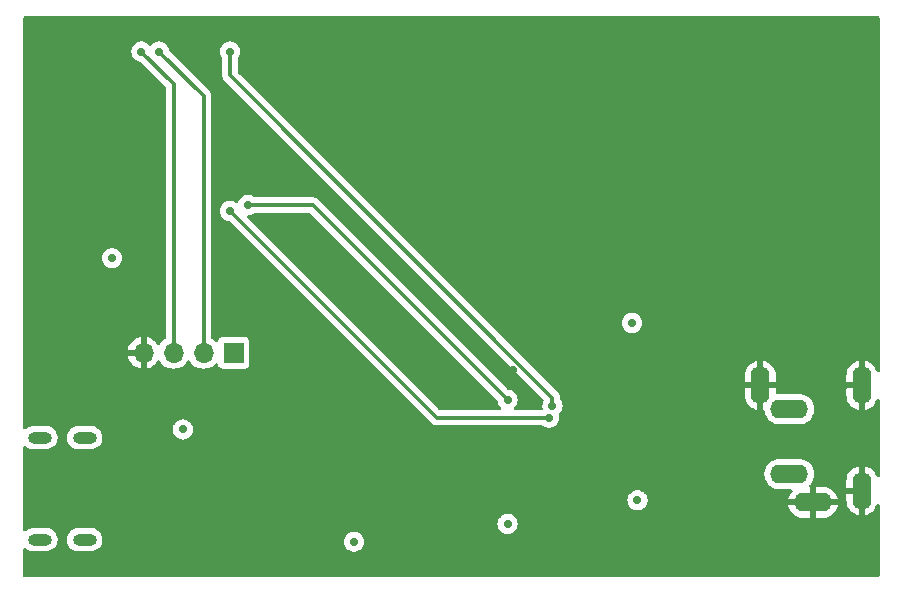
<source format=gbr>
%TF.GenerationSoftware,KiCad,Pcbnew,(6.0.8-1)-1*%
%TF.CreationDate,2022-11-20T20:32:36+00:00*%
%TF.ProjectId,esp32-network-dac,65737033-322d-46e6-9574-776f726b2d64,0.1*%
%TF.SameCoordinates,Original*%
%TF.FileFunction,Copper,L4,Bot*%
%TF.FilePolarity,Positive*%
%FSLAX46Y46*%
G04 Gerber Fmt 4.6, Leading zero omitted, Abs format (unit mm)*
G04 Created by KiCad (PCBNEW (6.0.8-1)-1) date 2022-11-20 20:32:36*
%MOMM*%
%LPD*%
G01*
G04 APERTURE LIST*
%TA.AperFunction,ComponentPad*%
%ADD10O,3.200000X1.600000*%
%TD*%
%TA.AperFunction,ComponentPad*%
%ADD11O,1.600000X3.200000*%
%TD*%
%TA.AperFunction,ComponentPad*%
%ADD12R,1.700000X1.700000*%
%TD*%
%TA.AperFunction,ComponentPad*%
%ADD13O,1.700000X1.700000*%
%TD*%
%TA.AperFunction,ComponentPad*%
%ADD14O,2.000000X1.000000*%
%TD*%
%TA.AperFunction,ViaPad*%
%ADD15C,0.700000*%
%TD*%
%TA.AperFunction,Conductor*%
%ADD16C,0.300000*%
%TD*%
G04 APERTURE END LIST*
D10*
%TO.P,J2,1*%
%TO.N,GND*%
X162357500Y-114675000D03*
%TO.P,J2,2*%
%TO.N,/JACKL*%
X160357500Y-112275000D03*
%TO.P,J2,3*%
%TO.N,/JACKR*%
X160357500Y-106775000D03*
D11*
%TO.P,J2,S1,SHIELD*%
%TO.N,GND*%
X166507500Y-113675000D03*
%TO.P,J2,S2,SHIELD*%
X166507500Y-104775000D03*
%TO.P,J2,S3,SHIELD*%
X157907500Y-104775000D03*
%TD*%
D12*
%TO.P,J3,1,Pin_1*%
%TO.N,VBUS*%
X113300000Y-102000000D03*
D13*
%TO.P,J3,2,Pin_2*%
%TO.N,ESP32_Rx*%
X110760000Y-102000000D03*
%TO.P,J3,3,Pin_3*%
%TO.N,ESP32_Tx*%
X108220000Y-102000000D03*
%TO.P,J3,4,Pin_4*%
%TO.N,GND*%
X105680000Y-102000000D03*
%TD*%
D14*
%TO.P,J1,S1,SHIELD*%
%TO.N,unconnected-(J1-PadS1)*%
X100700000Y-109180000D03*
%TO.P,J1,S2,SHIELD*%
X100700000Y-117820000D03*
%TO.P,J1,S3,SHIELD*%
X96900000Y-109180000D03*
%TO.P,J1,S4,SHIELD*%
X96900000Y-117820000D03*
%TD*%
D15*
%TO.N,GND*%
X102500000Y-99000000D03*
X121500000Y-118000000D03*
X119000000Y-109500000D03*
X119000000Y-107500000D03*
X121000000Y-112000000D03*
X138500000Y-97500000D03*
X137000000Y-103500000D03*
X153000000Y-87000000D03*
X142500000Y-111000000D03*
X147500000Y-117500000D03*
X139000000Y-87000000D03*
X106000000Y-83500000D03*
X123000000Y-95000000D03*
X107000000Y-117500000D03*
X121000000Y-82000000D03*
X131500000Y-99000000D03*
X142000000Y-107500000D03*
X130000000Y-112000000D03*
X139000000Y-76500000D03*
X150500000Y-99000000D03*
X104000000Y-108500000D03*
X154000000Y-99000000D03*
X154500000Y-117500000D03*
X109000000Y-113000000D03*
%TO.N,+3V3*%
X103007202Y-93992798D03*
X123500000Y-118000000D03*
X136500000Y-116500000D03*
X109000000Y-108500000D03*
%TO.N,+3.3VA*%
X147020000Y-99480000D03*
X147500000Y-114500000D03*
%TO.N,ESP32_Tx*%
X105500000Y-76500000D03*
%TO.N,ESP32_Rx*%
X107000000Y-76500000D03*
%TO.N,PCM_BCK*%
X113000000Y-76500000D03*
X140300500Y-106500000D03*
%TO.N,PCM_DIN*%
X136500000Y-106000000D03*
X114500000Y-89500000D03*
%TO.N,PCM_LRCK*%
X140000000Y-107500000D03*
X113000000Y-90000000D03*
%TD*%
D16*
%TO.N,ESP32_Tx*%
X108220000Y-79220000D02*
X108220000Y-102000000D01*
X105500000Y-76500000D02*
X108220000Y-79220000D01*
%TO.N,ESP32_Rx*%
X107000000Y-76500000D02*
X110760000Y-80260000D01*
X110760000Y-80260000D02*
X110760000Y-102000000D01*
%TO.N,PCM_BCK*%
X113000000Y-78510050D02*
X113000000Y-76500000D01*
X140300500Y-105810550D02*
X113000000Y-78510050D01*
X140300500Y-106500000D02*
X140300500Y-105810550D01*
%TO.N,PCM_DIN*%
X114500000Y-89500000D02*
X120000000Y-89500000D01*
X120000000Y-89500000D02*
X136500000Y-106000000D01*
%TO.N,PCM_LRCK*%
X113000000Y-90000000D02*
X130500000Y-107500000D01*
X130500000Y-107500000D02*
X140000000Y-107500000D01*
%TD*%
%TA.AperFunction,Conductor*%
%TO.N,GND*%
G36*
X167941621Y-73520002D02*
G01*
X167988114Y-73573658D01*
X167999500Y-73626000D01*
X167999500Y-103532430D01*
X167979498Y-103600551D01*
X167925842Y-103647044D01*
X167855568Y-103657148D01*
X167790988Y-103627654D01*
X167751793Y-103565041D01*
X167742736Y-103531239D01*
X167738990Y-103520947D01*
X167646914Y-103323489D01*
X167641431Y-103313993D01*
X167516472Y-103135533D01*
X167509416Y-103127125D01*
X167355375Y-102973084D01*
X167346967Y-102966028D01*
X167168507Y-102841069D01*
X167159011Y-102835586D01*
X166961553Y-102743510D01*
X166951261Y-102739764D01*
X166778997Y-102693606D01*
X166764901Y-102693942D01*
X166761500Y-102701884D01*
X166761500Y-106842967D01*
X166765473Y-106856498D01*
X166774022Y-106857727D01*
X166951261Y-106810236D01*
X166961553Y-106806490D01*
X167159011Y-106714414D01*
X167168507Y-106708931D01*
X167346967Y-106583972D01*
X167355375Y-106576916D01*
X167509416Y-106422875D01*
X167516472Y-106414467D01*
X167641431Y-106236007D01*
X167646914Y-106226511D01*
X167738990Y-106029053D01*
X167742736Y-106018761D01*
X167751793Y-105984959D01*
X167788745Y-105924336D01*
X167852605Y-105893315D01*
X167923100Y-105901743D01*
X167977847Y-105946946D01*
X167999500Y-106017570D01*
X167999500Y-112432430D01*
X167979498Y-112500551D01*
X167925842Y-112547044D01*
X167855568Y-112557148D01*
X167790988Y-112527654D01*
X167751793Y-112465041D01*
X167742736Y-112431239D01*
X167738990Y-112420947D01*
X167646914Y-112223489D01*
X167641431Y-112213993D01*
X167516472Y-112035533D01*
X167509416Y-112027125D01*
X167355375Y-111873084D01*
X167346967Y-111866028D01*
X167168507Y-111741069D01*
X167159011Y-111735586D01*
X166961553Y-111643510D01*
X166951261Y-111639764D01*
X166778997Y-111593606D01*
X166764901Y-111593942D01*
X166761500Y-111601884D01*
X166761500Y-115742967D01*
X166765473Y-115756498D01*
X166774022Y-115757727D01*
X166951261Y-115710236D01*
X166961553Y-115706490D01*
X167159011Y-115614414D01*
X167168507Y-115608931D01*
X167346967Y-115483972D01*
X167355375Y-115476916D01*
X167509416Y-115322875D01*
X167516472Y-115314467D01*
X167641431Y-115136007D01*
X167646914Y-115126511D01*
X167738990Y-114929053D01*
X167742736Y-114918761D01*
X167751793Y-114884959D01*
X167788745Y-114824336D01*
X167852605Y-114793315D01*
X167923100Y-114801743D01*
X167977847Y-114846946D01*
X167999500Y-114917570D01*
X167999500Y-120874000D01*
X167979498Y-120942121D01*
X167925842Y-120988614D01*
X167873500Y-121000000D01*
X95626000Y-121000000D01*
X95557879Y-120979998D01*
X95511386Y-120926342D01*
X95500000Y-120874000D01*
X95500000Y-118641064D01*
X95520002Y-118572943D01*
X95573658Y-118526450D01*
X95643932Y-118516346D01*
X95708512Y-118545840D01*
X95717537Y-118554480D01*
X95742881Y-118581280D01*
X95909379Y-118697863D01*
X96095919Y-118778586D01*
X96141947Y-118788202D01*
X96290144Y-118819162D01*
X96290149Y-118819163D01*
X96294880Y-118820151D01*
X96299762Y-118820407D01*
X96299871Y-118820413D01*
X96299887Y-118820413D01*
X96301539Y-118820500D01*
X97450800Y-118820500D01*
X97507891Y-118814701D01*
X97595868Y-118805765D01*
X97595870Y-118805765D01*
X97602216Y-118805120D01*
X97796172Y-118744338D01*
X97973944Y-118645797D01*
X98128271Y-118513523D01*
X98132887Y-118507573D01*
X98248939Y-118357958D01*
X98252848Y-118352919D01*
X98342587Y-118170545D01*
X98368752Y-118070097D01*
X98392212Y-117980034D01*
X98392212Y-117980031D01*
X98393822Y-117973852D01*
X98399311Y-117869126D01*
X99195541Y-117869126D01*
X99225935Y-118070097D01*
X99296119Y-118260852D01*
X99299479Y-118266272D01*
X99299480Y-118266273D01*
X99399863Y-118428176D01*
X99399866Y-118428180D01*
X99403226Y-118433599D01*
X99542881Y-118581280D01*
X99709379Y-118697863D01*
X99895919Y-118778586D01*
X99941947Y-118788202D01*
X100090144Y-118819162D01*
X100090149Y-118819163D01*
X100094880Y-118820151D01*
X100099762Y-118820407D01*
X100099871Y-118820413D01*
X100099887Y-118820413D01*
X100101539Y-118820500D01*
X101250800Y-118820500D01*
X101307891Y-118814701D01*
X101395868Y-118805765D01*
X101395870Y-118805765D01*
X101402216Y-118805120D01*
X101596172Y-118744338D01*
X101773944Y-118645797D01*
X101928271Y-118513523D01*
X101932887Y-118507573D01*
X102048939Y-118357958D01*
X102052848Y-118352919D01*
X102142587Y-118170545D01*
X102168752Y-118070097D01*
X102187011Y-118000000D01*
X122644815Y-118000000D01*
X122663503Y-118177803D01*
X122718750Y-118347835D01*
X122722053Y-118353557D01*
X122722054Y-118353558D01*
X122797878Y-118484888D01*
X122808141Y-118502665D01*
X122812559Y-118507572D01*
X122812560Y-118507573D01*
X122878927Y-118581280D01*
X122927770Y-118635526D01*
X122941907Y-118645797D01*
X123013569Y-118697863D01*
X123072407Y-118740612D01*
X123078435Y-118743296D01*
X123078437Y-118743297D01*
X123213007Y-118803211D01*
X123235733Y-118813329D01*
X123323171Y-118831915D01*
X123404152Y-118849128D01*
X123404156Y-118849128D01*
X123410609Y-118850500D01*
X123589391Y-118850500D01*
X123595844Y-118849128D01*
X123595848Y-118849128D01*
X123676829Y-118831915D01*
X123764267Y-118813329D01*
X123786993Y-118803211D01*
X123921563Y-118743297D01*
X123921565Y-118743296D01*
X123927593Y-118740612D01*
X123986432Y-118697863D01*
X124058093Y-118645797D01*
X124072230Y-118635526D01*
X124121074Y-118581280D01*
X124187440Y-118507573D01*
X124187441Y-118507572D01*
X124191859Y-118502665D01*
X124202122Y-118484888D01*
X124277946Y-118353558D01*
X124277947Y-118353557D01*
X124281250Y-118347835D01*
X124336497Y-118177803D01*
X124355185Y-118000000D01*
X124342094Y-117875444D01*
X124337187Y-117828761D01*
X124337187Y-117828760D01*
X124336497Y-117822197D01*
X124281250Y-117652165D01*
X124191859Y-117497335D01*
X124085443Y-117379148D01*
X124076645Y-117369377D01*
X124076643Y-117369376D01*
X124072230Y-117364474D01*
X123927593Y-117259388D01*
X123921565Y-117256704D01*
X123921563Y-117256703D01*
X123770298Y-117189356D01*
X123770297Y-117189356D01*
X123764267Y-117186671D01*
X123676829Y-117168085D01*
X123595848Y-117150872D01*
X123595844Y-117150872D01*
X123589391Y-117149500D01*
X123410609Y-117149500D01*
X123404156Y-117150872D01*
X123404152Y-117150872D01*
X123323171Y-117168085D01*
X123235733Y-117186671D01*
X123229703Y-117189356D01*
X123229702Y-117189356D01*
X123078438Y-117256703D01*
X123078436Y-117256704D01*
X123072408Y-117259388D01*
X123067067Y-117263268D01*
X123067066Y-117263269D01*
X123034292Y-117287081D01*
X122927770Y-117364474D01*
X122923357Y-117369376D01*
X122923355Y-117369377D01*
X122914557Y-117379148D01*
X122808141Y-117497335D01*
X122718750Y-117652165D01*
X122663503Y-117822197D01*
X122662813Y-117828760D01*
X122662813Y-117828761D01*
X122657906Y-117875444D01*
X122644815Y-118000000D01*
X102187011Y-118000000D01*
X102192212Y-117980034D01*
X102192212Y-117980031D01*
X102193822Y-117973852D01*
X102199645Y-117862744D01*
X102204125Y-117777256D01*
X102204125Y-117777252D01*
X102204459Y-117770874D01*
X102174065Y-117569903D01*
X102103881Y-117379148D01*
X102085268Y-117349128D01*
X102000137Y-117211824D01*
X102000134Y-117211820D01*
X101996774Y-117206401D01*
X101857119Y-117058720D01*
X101690621Y-116942137D01*
X101504081Y-116861414D01*
X101439082Y-116847835D01*
X101309856Y-116820838D01*
X101309851Y-116820837D01*
X101305120Y-116819849D01*
X101300238Y-116819593D01*
X101300129Y-116819587D01*
X101300113Y-116819587D01*
X101298461Y-116819500D01*
X100149200Y-116819500D01*
X100101207Y-116824375D01*
X100004132Y-116834235D01*
X100004130Y-116834235D01*
X99997784Y-116834880D01*
X99803828Y-116895662D01*
X99626056Y-116994203D01*
X99621208Y-116998359D01*
X99621207Y-116998359D01*
X99616183Y-117002665D01*
X99471729Y-117126477D01*
X99467822Y-117131514D01*
X99467820Y-117131516D01*
X99452806Y-117150872D01*
X99347152Y-117287081D01*
X99257413Y-117469455D01*
X99255804Y-117475633D01*
X99255803Y-117475635D01*
X99229603Y-117576220D01*
X99206178Y-117666148D01*
X99195541Y-117869126D01*
X98399311Y-117869126D01*
X98399645Y-117862744D01*
X98404125Y-117777256D01*
X98404125Y-117777252D01*
X98404459Y-117770874D01*
X98374065Y-117569903D01*
X98303881Y-117379148D01*
X98285268Y-117349128D01*
X98200137Y-117211824D01*
X98200134Y-117211820D01*
X98196774Y-117206401D01*
X98057119Y-117058720D01*
X97890621Y-116942137D01*
X97704081Y-116861414D01*
X97639082Y-116847835D01*
X97509856Y-116820838D01*
X97509851Y-116820837D01*
X97505120Y-116819849D01*
X97500238Y-116819593D01*
X97500129Y-116819587D01*
X97500113Y-116819587D01*
X97498461Y-116819500D01*
X96349200Y-116819500D01*
X96301207Y-116824375D01*
X96204132Y-116834235D01*
X96204130Y-116834235D01*
X96197784Y-116834880D01*
X96003828Y-116895662D01*
X95826056Y-116994203D01*
X95707995Y-117095393D01*
X95643259Y-117124536D01*
X95573040Y-117114054D01*
X95519636Y-117067272D01*
X95500000Y-116999724D01*
X95500000Y-116500000D01*
X135644815Y-116500000D01*
X135663503Y-116677803D01*
X135718750Y-116847835D01*
X135722053Y-116853557D01*
X135722054Y-116853558D01*
X135771732Y-116939602D01*
X135808141Y-117002665D01*
X135812559Y-117007572D01*
X135812560Y-117007573D01*
X135917875Y-117124536D01*
X135927770Y-117135526D01*
X136072407Y-117240612D01*
X136078435Y-117243296D01*
X136078437Y-117243297D01*
X136189628Y-117292802D01*
X136235733Y-117313329D01*
X136323171Y-117331914D01*
X136404152Y-117349128D01*
X136404156Y-117349128D01*
X136410609Y-117350500D01*
X136589391Y-117350500D01*
X136595844Y-117349128D01*
X136595848Y-117349128D01*
X136676829Y-117331914D01*
X136764267Y-117313329D01*
X136810372Y-117292802D01*
X136921563Y-117243297D01*
X136921565Y-117243296D01*
X136927593Y-117240612D01*
X137072230Y-117135526D01*
X137082126Y-117124536D01*
X137187440Y-117007573D01*
X137187441Y-117007572D01*
X137191859Y-117002665D01*
X137228268Y-116939602D01*
X137277946Y-116853558D01*
X137277947Y-116853557D01*
X137281250Y-116847835D01*
X137336497Y-116677803D01*
X137355185Y-116500000D01*
X137336497Y-116322197D01*
X137281250Y-116152165D01*
X137191859Y-115997335D01*
X137178952Y-115983000D01*
X137076645Y-115869377D01*
X137076643Y-115869376D01*
X137072230Y-115864474D01*
X137003329Y-115814414D01*
X136932935Y-115763269D01*
X136932933Y-115763268D01*
X136927593Y-115759388D01*
X136921565Y-115756704D01*
X136921563Y-115756703D01*
X136770298Y-115689356D01*
X136770297Y-115689356D01*
X136764267Y-115686671D01*
X136676829Y-115668086D01*
X136595848Y-115650872D01*
X136595844Y-115650872D01*
X136589391Y-115649500D01*
X136410609Y-115649500D01*
X136404156Y-115650872D01*
X136404152Y-115650872D01*
X136323171Y-115668086D01*
X136235733Y-115686671D01*
X136229703Y-115689356D01*
X136229702Y-115689356D01*
X136078438Y-115756703D01*
X136078436Y-115756704D01*
X136072408Y-115759388D01*
X135927770Y-115864474D01*
X135923357Y-115869376D01*
X135923355Y-115869377D01*
X135821048Y-115983000D01*
X135808141Y-115997335D01*
X135718750Y-116152165D01*
X135663503Y-116322197D01*
X135644815Y-116500000D01*
X95500000Y-116500000D01*
X95500000Y-114500000D01*
X146644815Y-114500000D01*
X146663503Y-114677803D01*
X146718750Y-114847835D01*
X146722053Y-114853557D01*
X146722054Y-114853558D01*
X146765641Y-114929053D01*
X146808141Y-115002665D01*
X146812559Y-115007572D01*
X146812560Y-115007573D01*
X146921942Y-115129053D01*
X146927770Y-115135526D01*
X147072407Y-115240612D01*
X147078435Y-115243296D01*
X147078437Y-115243297D01*
X147229702Y-115310644D01*
X147235733Y-115313329D01*
X147297750Y-115326511D01*
X147404152Y-115349128D01*
X147404156Y-115349128D01*
X147410609Y-115350500D01*
X147589391Y-115350500D01*
X147595844Y-115349128D01*
X147595848Y-115349128D01*
X147702250Y-115326511D01*
X147764267Y-115313329D01*
X147770298Y-115310644D01*
X147921563Y-115243297D01*
X147921565Y-115243296D01*
X147927593Y-115240612D01*
X148072230Y-115135526D01*
X148078059Y-115129053D01*
X148187440Y-115007573D01*
X148187441Y-115007572D01*
X148191859Y-115002665D01*
X148227160Y-114941522D01*
X160274773Y-114941522D01*
X160322264Y-115118761D01*
X160326010Y-115129053D01*
X160418086Y-115326511D01*
X160423569Y-115336007D01*
X160548528Y-115514467D01*
X160555584Y-115522875D01*
X160709625Y-115676916D01*
X160718033Y-115683972D01*
X160896493Y-115808931D01*
X160905989Y-115814414D01*
X161103447Y-115906490D01*
X161113739Y-115910236D01*
X161324188Y-115966625D01*
X161334981Y-115968528D01*
X161497670Y-115982762D01*
X161503135Y-115983000D01*
X162085385Y-115983000D01*
X162100624Y-115978525D01*
X162101829Y-115977135D01*
X162103500Y-115969452D01*
X162103500Y-115964885D01*
X162611500Y-115964885D01*
X162615975Y-115980124D01*
X162617365Y-115981329D01*
X162625048Y-115983000D01*
X163211865Y-115983000D01*
X163217330Y-115982762D01*
X163380019Y-115968528D01*
X163390812Y-115966625D01*
X163601261Y-115910236D01*
X163611553Y-115906490D01*
X163809011Y-115814414D01*
X163818507Y-115808931D01*
X163996967Y-115683972D01*
X164005375Y-115676916D01*
X164159416Y-115522875D01*
X164166472Y-115514467D01*
X164291431Y-115336007D01*
X164296914Y-115326511D01*
X164388990Y-115129053D01*
X164392736Y-115118761D01*
X164438894Y-114946497D01*
X164438558Y-114932401D01*
X164430616Y-114929000D01*
X162629615Y-114929000D01*
X162614376Y-114933475D01*
X162613171Y-114934865D01*
X162611500Y-114942548D01*
X162611500Y-115964885D01*
X162103500Y-115964885D01*
X162103500Y-114947115D01*
X162099025Y-114931876D01*
X162097635Y-114930671D01*
X162089952Y-114929000D01*
X160289533Y-114929000D01*
X160276002Y-114932973D01*
X160274773Y-114941522D01*
X148227160Y-114941522D01*
X148234359Y-114929053D01*
X148277946Y-114853558D01*
X148277947Y-114853557D01*
X148281250Y-114847835D01*
X148336497Y-114677803D01*
X148352099Y-114529365D01*
X165199500Y-114529365D01*
X165199738Y-114534830D01*
X165213972Y-114697519D01*
X165215875Y-114708312D01*
X165272264Y-114918761D01*
X165276010Y-114929053D01*
X165368086Y-115126511D01*
X165373569Y-115136007D01*
X165498528Y-115314467D01*
X165505584Y-115322875D01*
X165659625Y-115476916D01*
X165668033Y-115483972D01*
X165846493Y-115608931D01*
X165855989Y-115614414D01*
X166053447Y-115706490D01*
X166063739Y-115710236D01*
X166236003Y-115756394D01*
X166250099Y-115756058D01*
X166253500Y-115748116D01*
X166253500Y-113947115D01*
X166249025Y-113931876D01*
X166247635Y-113930671D01*
X166239952Y-113929000D01*
X165217615Y-113929000D01*
X165202376Y-113933475D01*
X165201171Y-113934865D01*
X165199500Y-113942548D01*
X165199500Y-114529365D01*
X148352099Y-114529365D01*
X148355185Y-114500000D01*
X148336497Y-114322197D01*
X148281250Y-114152165D01*
X148191859Y-113997335D01*
X148146641Y-113947115D01*
X148076645Y-113869377D01*
X148076643Y-113869376D01*
X148072230Y-113864474D01*
X148020824Y-113827125D01*
X147932935Y-113763269D01*
X147932933Y-113763268D01*
X147927593Y-113759388D01*
X147921565Y-113756704D01*
X147921563Y-113756703D01*
X147770298Y-113689356D01*
X147770297Y-113689356D01*
X147764267Y-113686671D01*
X147667149Y-113666028D01*
X147595848Y-113650872D01*
X147595844Y-113650872D01*
X147589391Y-113649500D01*
X147410609Y-113649500D01*
X147404156Y-113650872D01*
X147404152Y-113650872D01*
X147332851Y-113666028D01*
X147235733Y-113686671D01*
X147229703Y-113689356D01*
X147229702Y-113689356D01*
X147078438Y-113756703D01*
X147078436Y-113756704D01*
X147072408Y-113759388D01*
X146927770Y-113864474D01*
X146923357Y-113869376D01*
X146923355Y-113869377D01*
X146853359Y-113947115D01*
X146808141Y-113997335D01*
X146718750Y-114152165D01*
X146663503Y-114322197D01*
X146644815Y-114500000D01*
X95500000Y-114500000D01*
X95500000Y-112275000D01*
X158252032Y-112275000D01*
X158271865Y-112501692D01*
X158273289Y-112507005D01*
X158273289Y-112507007D01*
X158312269Y-112652481D01*
X158330761Y-112721496D01*
X158333083Y-112726476D01*
X158333084Y-112726478D01*
X158376991Y-112820635D01*
X158426932Y-112927734D01*
X158557453Y-113114139D01*
X158718361Y-113275047D01*
X158904766Y-113405568D01*
X158909744Y-113407889D01*
X158909747Y-113407891D01*
X158978099Y-113439764D01*
X159111004Y-113501739D01*
X159116312Y-113503161D01*
X159116314Y-113503162D01*
X159325493Y-113559211D01*
X159325495Y-113559211D01*
X159330808Y-113560635D01*
X159429802Y-113569296D01*
X159497992Y-113575262D01*
X159497999Y-113575262D01*
X159500716Y-113575500D01*
X160503019Y-113575500D01*
X160571140Y-113595502D01*
X160617633Y-113649158D01*
X160627737Y-113719432D01*
X160598243Y-113784012D01*
X160592114Y-113790595D01*
X160555584Y-113827125D01*
X160548528Y-113835533D01*
X160423569Y-114013993D01*
X160418086Y-114023489D01*
X160326010Y-114220947D01*
X160322264Y-114231239D01*
X160276106Y-114403503D01*
X160276442Y-114417599D01*
X160284384Y-114421000D01*
X162085385Y-114421000D01*
X162100624Y-114416525D01*
X162101829Y-114415135D01*
X162103500Y-114407452D01*
X162103500Y-114402885D01*
X162611500Y-114402885D01*
X162615975Y-114418124D01*
X162617365Y-114419329D01*
X162625048Y-114421000D01*
X164425467Y-114421000D01*
X164438998Y-114417027D01*
X164440227Y-114408478D01*
X164392736Y-114231239D01*
X164388990Y-114220947D01*
X164296914Y-114023489D01*
X164291431Y-114013993D01*
X164166472Y-113835533D01*
X164159416Y-113827125D01*
X164005375Y-113673084D01*
X163996967Y-113666028D01*
X163818507Y-113541069D01*
X163809011Y-113535586D01*
X163611553Y-113443510D01*
X163601261Y-113439764D01*
X163463625Y-113402885D01*
X165199500Y-113402885D01*
X165203975Y-113418124D01*
X165205365Y-113419329D01*
X165213048Y-113421000D01*
X166235385Y-113421000D01*
X166250624Y-113416525D01*
X166251829Y-113415135D01*
X166253500Y-113407452D01*
X166253500Y-111607033D01*
X166249527Y-111593502D01*
X166240978Y-111592273D01*
X166063739Y-111639764D01*
X166053447Y-111643510D01*
X165855989Y-111735586D01*
X165846493Y-111741069D01*
X165668033Y-111866028D01*
X165659625Y-111873084D01*
X165505584Y-112027125D01*
X165498528Y-112035533D01*
X165373569Y-112213993D01*
X165368086Y-112223489D01*
X165276010Y-112420947D01*
X165272264Y-112431239D01*
X165215875Y-112641688D01*
X165213972Y-112652481D01*
X165199738Y-112815170D01*
X165199500Y-112820635D01*
X165199500Y-113402885D01*
X163463625Y-113402885D01*
X163390812Y-113383375D01*
X163380019Y-113381472D01*
X163217330Y-113367238D01*
X163211865Y-113367000D01*
X162629615Y-113367000D01*
X162614376Y-113371475D01*
X162613171Y-113372865D01*
X162611500Y-113380548D01*
X162611500Y-114402885D01*
X162103500Y-114402885D01*
X162103500Y-113385115D01*
X162099026Y-113369877D01*
X162095644Y-113366947D01*
X162057259Y-113307221D01*
X162057258Y-113236225D01*
X162089060Y-113182626D01*
X162157547Y-113114139D01*
X162288068Y-112927734D01*
X162338010Y-112820635D01*
X162381916Y-112726478D01*
X162381917Y-112726476D01*
X162384239Y-112721496D01*
X162402732Y-112652481D01*
X162441711Y-112507007D01*
X162441711Y-112507005D01*
X162443135Y-112501692D01*
X162462968Y-112275000D01*
X162443135Y-112048308D01*
X162396184Y-111873084D01*
X162385662Y-111833814D01*
X162385661Y-111833812D01*
X162384239Y-111828504D01*
X162343467Y-111741069D01*
X162290391Y-111627247D01*
X162290389Y-111627244D01*
X162288068Y-111622266D01*
X162157547Y-111435861D01*
X161996639Y-111274953D01*
X161810234Y-111144432D01*
X161805256Y-111142111D01*
X161805253Y-111142109D01*
X161608978Y-111050584D01*
X161608976Y-111050583D01*
X161603996Y-111048261D01*
X161598688Y-111046839D01*
X161598686Y-111046838D01*
X161389507Y-110990789D01*
X161389505Y-110990789D01*
X161384192Y-110989365D01*
X161285198Y-110980704D01*
X161217008Y-110974738D01*
X161217001Y-110974738D01*
X161214284Y-110974500D01*
X159500716Y-110974500D01*
X159497999Y-110974738D01*
X159497992Y-110974738D01*
X159429802Y-110980704D01*
X159330808Y-110989365D01*
X159325495Y-110990789D01*
X159325493Y-110990789D01*
X159116314Y-111046838D01*
X159116312Y-111046839D01*
X159111004Y-111048261D01*
X159106024Y-111050583D01*
X159106022Y-111050584D01*
X158909747Y-111142109D01*
X158909744Y-111142111D01*
X158904766Y-111144432D01*
X158718361Y-111274953D01*
X158557453Y-111435861D01*
X158426932Y-111622266D01*
X158424611Y-111627244D01*
X158424609Y-111627247D01*
X158371533Y-111741069D01*
X158330761Y-111828504D01*
X158329339Y-111833812D01*
X158329338Y-111833814D01*
X158318816Y-111873084D01*
X158271865Y-112048308D01*
X158252032Y-112275000D01*
X95500000Y-112275000D01*
X95500000Y-110001064D01*
X95520002Y-109932943D01*
X95573658Y-109886450D01*
X95643932Y-109876346D01*
X95708512Y-109905840D01*
X95717537Y-109914480D01*
X95742881Y-109941280D01*
X95909379Y-110057863D01*
X96095919Y-110138586D01*
X96141947Y-110148202D01*
X96290144Y-110179162D01*
X96290149Y-110179163D01*
X96294880Y-110180151D01*
X96299762Y-110180407D01*
X96299871Y-110180413D01*
X96299887Y-110180413D01*
X96301539Y-110180500D01*
X97450800Y-110180500D01*
X97498793Y-110175625D01*
X97595868Y-110165765D01*
X97595870Y-110165765D01*
X97602216Y-110165120D01*
X97796172Y-110104338D01*
X97973944Y-110005797D01*
X98128271Y-109873523D01*
X98252848Y-109712919D01*
X98342587Y-109530545D01*
X98368752Y-109430097D01*
X98392212Y-109340034D01*
X98392212Y-109340031D01*
X98393822Y-109333852D01*
X98399310Y-109229126D01*
X99195541Y-109229126D01*
X99225935Y-109430097D01*
X99296119Y-109620852D01*
X99299479Y-109626272D01*
X99299480Y-109626273D01*
X99399863Y-109788176D01*
X99399866Y-109788180D01*
X99403226Y-109793599D01*
X99542881Y-109941280D01*
X99709379Y-110057863D01*
X99895919Y-110138586D01*
X99941947Y-110148202D01*
X100090144Y-110179162D01*
X100090149Y-110179163D01*
X100094880Y-110180151D01*
X100099762Y-110180407D01*
X100099871Y-110180413D01*
X100099887Y-110180413D01*
X100101539Y-110180500D01*
X101250800Y-110180500D01*
X101298793Y-110175625D01*
X101395868Y-110165765D01*
X101395870Y-110165765D01*
X101402216Y-110165120D01*
X101596172Y-110104338D01*
X101773944Y-110005797D01*
X101928271Y-109873523D01*
X102052848Y-109712919D01*
X102142587Y-109530545D01*
X102168752Y-109430097D01*
X102192212Y-109340034D01*
X102192212Y-109340031D01*
X102193822Y-109333852D01*
X102204459Y-109130874D01*
X102174065Y-108929903D01*
X102103881Y-108739148D01*
X102050345Y-108652802D01*
X102000137Y-108571824D01*
X102000134Y-108571820D01*
X101996774Y-108566401D01*
X101933982Y-108500000D01*
X108144815Y-108500000D01*
X108163503Y-108677803D01*
X108218750Y-108847835D01*
X108308141Y-109002665D01*
X108312559Y-109007572D01*
X108312560Y-109007573D01*
X108417893Y-109124556D01*
X108427770Y-109135526D01*
X108572407Y-109240612D01*
X108578435Y-109243296D01*
X108578437Y-109243297D01*
X108729702Y-109310644D01*
X108735733Y-109313329D01*
X108823171Y-109331914D01*
X108904152Y-109349128D01*
X108904156Y-109349128D01*
X108910609Y-109350500D01*
X109089391Y-109350500D01*
X109095844Y-109349128D01*
X109095848Y-109349128D01*
X109176829Y-109331914D01*
X109264267Y-109313329D01*
X109270298Y-109310644D01*
X109421563Y-109243297D01*
X109421565Y-109243296D01*
X109427593Y-109240612D01*
X109572230Y-109135526D01*
X109582108Y-109124556D01*
X109687440Y-109007573D01*
X109687441Y-109007572D01*
X109691859Y-109002665D01*
X109781250Y-108847835D01*
X109836497Y-108677803D01*
X109855185Y-108500000D01*
X109852458Y-108474054D01*
X109837187Y-108328761D01*
X109837187Y-108328760D01*
X109836497Y-108322197D01*
X109834062Y-108314701D01*
X109783292Y-108158450D01*
X109781250Y-108152165D01*
X109771644Y-108135526D01*
X109695162Y-108003056D01*
X109691859Y-107997335D01*
X109687440Y-107992427D01*
X109576645Y-107869377D01*
X109576643Y-107869376D01*
X109572230Y-107864474D01*
X109540678Y-107841550D01*
X109432935Y-107763269D01*
X109432933Y-107763268D01*
X109427593Y-107759388D01*
X109421565Y-107756704D01*
X109421563Y-107756703D01*
X109270298Y-107689356D01*
X109270297Y-107689356D01*
X109264267Y-107686671D01*
X109176829Y-107668086D01*
X109095848Y-107650872D01*
X109095844Y-107650872D01*
X109089391Y-107649500D01*
X108910609Y-107649500D01*
X108904156Y-107650872D01*
X108904152Y-107650872D01*
X108823171Y-107668086D01*
X108735733Y-107686671D01*
X108729703Y-107689356D01*
X108729702Y-107689356D01*
X108578438Y-107756703D01*
X108578436Y-107756704D01*
X108572408Y-107759388D01*
X108427770Y-107864474D01*
X108423357Y-107869376D01*
X108423355Y-107869377D01*
X108312560Y-107992427D01*
X108308141Y-107997335D01*
X108304838Y-108003056D01*
X108228357Y-108135526D01*
X108218750Y-108152165D01*
X108216708Y-108158450D01*
X108165939Y-108314701D01*
X108163503Y-108322197D01*
X108162813Y-108328760D01*
X108162813Y-108328761D01*
X108147542Y-108474054D01*
X108144815Y-108500000D01*
X101933982Y-108500000D01*
X101861508Y-108423361D01*
X101861507Y-108423360D01*
X101857119Y-108418720D01*
X101690621Y-108302137D01*
X101504081Y-108221414D01*
X101458053Y-108211798D01*
X101309856Y-108180838D01*
X101309851Y-108180837D01*
X101305120Y-108179849D01*
X101300238Y-108179593D01*
X101300129Y-108179587D01*
X101300113Y-108179587D01*
X101298461Y-108179500D01*
X100149200Y-108179500D01*
X100101207Y-108184375D01*
X100004132Y-108194235D01*
X100004130Y-108194235D01*
X99997784Y-108194880D01*
X99803828Y-108255662D01*
X99626056Y-108354203D01*
X99621208Y-108358359D01*
X99621207Y-108358359D01*
X99604150Y-108372978D01*
X99471729Y-108486477D01*
X99467822Y-108491514D01*
X99467820Y-108491516D01*
X99456147Y-108506565D01*
X99347152Y-108647081D01*
X99257413Y-108829455D01*
X99255804Y-108835633D01*
X99255803Y-108835635D01*
X99229603Y-108936220D01*
X99206178Y-109026148D01*
X99195541Y-109229126D01*
X98399310Y-109229126D01*
X98404459Y-109130874D01*
X98374065Y-108929903D01*
X98303881Y-108739148D01*
X98250345Y-108652802D01*
X98200137Y-108571824D01*
X98200134Y-108571820D01*
X98196774Y-108566401D01*
X98133982Y-108500000D01*
X98061508Y-108423361D01*
X98061507Y-108423360D01*
X98057119Y-108418720D01*
X97890621Y-108302137D01*
X97704081Y-108221414D01*
X97658053Y-108211798D01*
X97509856Y-108180838D01*
X97509851Y-108180837D01*
X97505120Y-108179849D01*
X97500238Y-108179593D01*
X97500129Y-108179587D01*
X97500113Y-108179587D01*
X97498461Y-108179500D01*
X96349200Y-108179500D01*
X96301207Y-108184375D01*
X96204132Y-108194235D01*
X96204130Y-108194235D01*
X96197784Y-108194880D01*
X96003828Y-108255662D01*
X95826056Y-108354203D01*
X95707995Y-108455393D01*
X95643259Y-108484536D01*
X95573040Y-108474054D01*
X95519636Y-108427272D01*
X95500000Y-108359724D01*
X95500000Y-102267966D01*
X104348257Y-102267966D01*
X104378565Y-102402446D01*
X104381645Y-102412275D01*
X104461770Y-102609603D01*
X104466413Y-102618794D01*
X104577694Y-102800388D01*
X104583777Y-102808699D01*
X104723213Y-102969667D01*
X104730580Y-102976883D01*
X104894434Y-103112916D01*
X104902881Y-103118831D01*
X105086756Y-103226279D01*
X105096042Y-103230729D01*
X105295001Y-103306703D01*
X105304899Y-103309579D01*
X105408250Y-103330606D01*
X105422299Y-103329410D01*
X105426000Y-103319065D01*
X105426000Y-102272115D01*
X105421525Y-102256876D01*
X105420135Y-102255671D01*
X105412452Y-102254000D01*
X104363225Y-102254000D01*
X104349694Y-102257973D01*
X104348257Y-102267966D01*
X95500000Y-102267966D01*
X95500000Y-101734183D01*
X104344389Y-101734183D01*
X104345912Y-101742607D01*
X104358292Y-101746000D01*
X105407885Y-101746000D01*
X105423124Y-101741525D01*
X105424329Y-101740135D01*
X105426000Y-101732452D01*
X105426000Y-100683102D01*
X105422082Y-100669758D01*
X105407806Y-100667771D01*
X105369324Y-100673660D01*
X105359288Y-100676051D01*
X105156868Y-100742212D01*
X105147359Y-100746209D01*
X104958463Y-100844542D01*
X104949738Y-100850036D01*
X104779433Y-100977905D01*
X104771726Y-100984748D01*
X104624590Y-101138717D01*
X104618104Y-101146727D01*
X104498098Y-101322649D01*
X104493000Y-101331623D01*
X104403338Y-101524783D01*
X104399775Y-101534470D01*
X104344389Y-101734183D01*
X95500000Y-101734183D01*
X95500000Y-93992798D01*
X102152017Y-93992798D01*
X102170705Y-94170601D01*
X102225952Y-94340633D01*
X102315343Y-94495463D01*
X102434972Y-94628324D01*
X102579609Y-94733410D01*
X102585637Y-94736094D01*
X102585639Y-94736095D01*
X102736904Y-94803442D01*
X102742935Y-94806127D01*
X102830373Y-94824713D01*
X102911354Y-94841926D01*
X102911358Y-94841926D01*
X102917811Y-94843298D01*
X103096593Y-94843298D01*
X103103046Y-94841926D01*
X103103050Y-94841926D01*
X103184031Y-94824713D01*
X103271469Y-94806127D01*
X103277500Y-94803442D01*
X103428765Y-94736095D01*
X103428767Y-94736094D01*
X103434795Y-94733410D01*
X103579432Y-94628324D01*
X103699061Y-94495463D01*
X103788452Y-94340633D01*
X103843699Y-94170601D01*
X103862387Y-93992798D01*
X103843699Y-93814995D01*
X103788452Y-93644963D01*
X103699061Y-93490133D01*
X103579432Y-93357272D01*
X103434795Y-93252186D01*
X103428767Y-93249502D01*
X103428765Y-93249501D01*
X103277500Y-93182154D01*
X103277499Y-93182154D01*
X103271469Y-93179469D01*
X103184031Y-93160884D01*
X103103050Y-93143670D01*
X103103046Y-93143670D01*
X103096593Y-93142298D01*
X102917811Y-93142298D01*
X102911358Y-93143670D01*
X102911354Y-93143670D01*
X102830373Y-93160883D01*
X102742935Y-93179469D01*
X102736905Y-93182154D01*
X102736904Y-93182154D01*
X102585640Y-93249501D01*
X102585638Y-93249502D01*
X102579610Y-93252186D01*
X102434972Y-93357272D01*
X102315343Y-93490133D01*
X102225952Y-93644963D01*
X102170705Y-93814995D01*
X102152017Y-93992798D01*
X95500000Y-93992798D01*
X95500000Y-76500000D01*
X104644815Y-76500000D01*
X104663503Y-76677803D01*
X104718750Y-76847835D01*
X104808141Y-77002665D01*
X104927770Y-77135526D01*
X105072407Y-77240612D01*
X105078435Y-77243296D01*
X105078437Y-77243297D01*
X105229702Y-77310644D01*
X105235733Y-77313329D01*
X105399433Y-77348124D01*
X105462330Y-77382276D01*
X107532595Y-79452541D01*
X107566621Y-79514853D01*
X107569500Y-79541636D01*
X107569500Y-100741238D01*
X107549498Y-100809359D01*
X107515770Y-100844451D01*
X107348599Y-100961505D01*
X107181505Y-101128599D01*
X107058803Y-101303836D01*
X107056121Y-101307667D01*
X107000664Y-101351995D01*
X106930045Y-101359304D01*
X106866684Y-101327273D01*
X106847116Y-101303836D01*
X106762427Y-101172926D01*
X106756136Y-101164757D01*
X106612806Y-101007240D01*
X106605273Y-101000215D01*
X106438139Y-100868222D01*
X106429552Y-100862517D01*
X106243117Y-100759599D01*
X106233705Y-100755369D01*
X106032959Y-100684280D01*
X106022988Y-100681646D01*
X105951837Y-100668972D01*
X105938540Y-100670432D01*
X105934000Y-100684989D01*
X105934000Y-103318517D01*
X105938064Y-103332359D01*
X105951478Y-103334393D01*
X105958184Y-103333534D01*
X105968262Y-103331392D01*
X106172255Y-103270191D01*
X106181842Y-103266433D01*
X106373095Y-103172739D01*
X106381945Y-103167464D01*
X106555328Y-103043792D01*
X106563200Y-103037139D01*
X106714052Y-102886812D01*
X106720730Y-102878965D01*
X106845002Y-102706022D01*
X106847003Y-102702692D01*
X106899237Y-102654606D01*
X106969175Y-102642394D01*
X107034613Y-102669931D01*
X107058215Y-102695324D01*
X107181505Y-102871401D01*
X107348599Y-103038495D01*
X107353107Y-103041652D01*
X107353110Y-103041654D01*
X107537661Y-103170878D01*
X107542170Y-103174035D01*
X107547152Y-103176358D01*
X107547157Y-103176361D01*
X107751355Y-103271580D01*
X107756337Y-103273903D01*
X107761645Y-103275325D01*
X107761647Y-103275326D01*
X107979277Y-103333639D01*
X107984592Y-103335063D01*
X108220000Y-103355659D01*
X108455408Y-103335063D01*
X108460723Y-103333639D01*
X108678353Y-103275326D01*
X108678355Y-103275325D01*
X108683663Y-103273903D01*
X108688645Y-103271580D01*
X108892843Y-103176361D01*
X108892848Y-103176358D01*
X108897830Y-103174035D01*
X108902339Y-103170878D01*
X109086890Y-103041654D01*
X109086893Y-103041652D01*
X109091401Y-103038495D01*
X109258495Y-102871401D01*
X109386787Y-102688180D01*
X109442244Y-102643851D01*
X109512863Y-102636542D01*
X109576224Y-102668572D01*
X109593212Y-102688179D01*
X109721505Y-102871401D01*
X109888599Y-103038495D01*
X109893107Y-103041652D01*
X109893110Y-103041654D01*
X110077661Y-103170878D01*
X110082170Y-103174035D01*
X110087152Y-103176358D01*
X110087157Y-103176361D01*
X110291355Y-103271580D01*
X110296337Y-103273903D01*
X110301645Y-103275325D01*
X110301647Y-103275326D01*
X110519277Y-103333639D01*
X110524592Y-103335063D01*
X110760000Y-103355659D01*
X110995408Y-103335063D01*
X111000723Y-103333639D01*
X111218353Y-103275326D01*
X111218355Y-103275325D01*
X111223663Y-103273903D01*
X111228645Y-103271580D01*
X111432843Y-103176361D01*
X111432848Y-103176358D01*
X111437830Y-103174035D01*
X111442339Y-103170878D01*
X111626890Y-103041654D01*
X111626893Y-103041652D01*
X111631401Y-103038495D01*
X111751011Y-102918885D01*
X111813323Y-102884859D01*
X111884138Y-102889924D01*
X111940974Y-102932471D01*
X111958088Y-102963752D01*
X111987292Y-103041654D01*
X112006474Y-103092824D01*
X112011854Y-103100003D01*
X112011856Y-103100006D01*
X112069082Y-103176361D01*
X112092454Y-103207546D01*
X112099635Y-103212928D01*
X112199994Y-103288144D01*
X112199997Y-103288146D01*
X112207176Y-103293526D01*
X112287104Y-103323489D01*
X112334025Y-103341079D01*
X112334027Y-103341079D01*
X112341420Y-103343851D01*
X112349270Y-103344704D01*
X112349271Y-103344704D01*
X112399217Y-103350130D01*
X112402623Y-103350500D01*
X113299868Y-103350500D01*
X114197376Y-103350499D01*
X114200770Y-103350130D01*
X114200776Y-103350130D01*
X114250722Y-103344705D01*
X114250726Y-103344704D01*
X114258580Y-103343851D01*
X114392824Y-103293526D01*
X114400003Y-103288146D01*
X114400006Y-103288144D01*
X114500365Y-103212928D01*
X114507546Y-103207546D01*
X114530918Y-103176361D01*
X114588144Y-103100006D01*
X114588146Y-103100003D01*
X114593526Y-103092824D01*
X114643851Y-102958580D01*
X114646688Y-102932471D01*
X114650131Y-102900774D01*
X114650131Y-102900773D01*
X114650500Y-102897377D01*
X114650499Y-101102624D01*
X114643851Y-101041420D01*
X114593526Y-100907176D01*
X114588146Y-100899997D01*
X114588144Y-100899994D01*
X114512928Y-100799635D01*
X114507546Y-100792454D01*
X114440509Y-100742212D01*
X114400006Y-100711856D01*
X114400003Y-100711854D01*
X114392824Y-100706474D01*
X114303439Y-100672966D01*
X114265975Y-100658921D01*
X114265973Y-100658921D01*
X114258580Y-100656149D01*
X114250730Y-100655296D01*
X114250729Y-100655296D01*
X114200774Y-100649869D01*
X114200773Y-100649869D01*
X114197377Y-100649500D01*
X113300132Y-100649500D01*
X112402624Y-100649501D01*
X112399230Y-100649870D01*
X112399224Y-100649870D01*
X112349278Y-100655295D01*
X112349274Y-100655296D01*
X112341420Y-100656149D01*
X112207176Y-100706474D01*
X112199997Y-100711854D01*
X112199994Y-100711856D01*
X112159491Y-100742212D01*
X112092454Y-100792454D01*
X112087072Y-100799635D01*
X112011856Y-100899994D01*
X112011854Y-100899997D01*
X112006474Y-100907176D01*
X112003324Y-100915580D01*
X112003323Y-100915581D01*
X111986107Y-100961505D01*
X111958924Y-101034019D01*
X111958088Y-101036248D01*
X111915447Y-101093013D01*
X111848886Y-101117714D01*
X111779537Y-101102507D01*
X111751011Y-101081115D01*
X111631401Y-100961505D01*
X111626893Y-100958348D01*
X111626890Y-100958346D01*
X111498179Y-100868222D01*
X111464229Y-100844450D01*
X111419901Y-100788993D01*
X111410500Y-100741237D01*
X111410500Y-90000000D01*
X112144815Y-90000000D01*
X112163503Y-90177803D01*
X112218750Y-90347835D01*
X112222053Y-90353557D01*
X112222054Y-90353558D01*
X112267613Y-90432468D01*
X112308141Y-90502665D01*
X112312559Y-90507572D01*
X112312560Y-90507573D01*
X112364804Y-90565595D01*
X112427770Y-90635526D01*
X112572407Y-90740612D01*
X112578435Y-90743296D01*
X112578437Y-90743297D01*
X112729702Y-90810644D01*
X112735733Y-90813329D01*
X112899433Y-90848124D01*
X112962330Y-90882276D01*
X129982752Y-107902698D01*
X129990593Y-107911315D01*
X129994798Y-107917940D01*
X130000577Y-107923367D01*
X130000578Y-107923368D01*
X130045816Y-107965849D01*
X130048658Y-107968604D01*
X130068965Y-107988911D01*
X130072096Y-107991340D01*
X130072102Y-107991345D01*
X130072377Y-107991558D01*
X130081390Y-107999255D01*
X130114607Y-108030448D01*
X130121554Y-108034267D01*
X130133066Y-108040596D01*
X130149590Y-108051450D01*
X130166236Y-108064362D01*
X130191424Y-108075262D01*
X130208041Y-108082453D01*
X130218700Y-108087675D01*
X130251686Y-108105809D01*
X130251690Y-108105810D01*
X130258632Y-108109627D01*
X130266305Y-108111597D01*
X130266307Y-108111598D01*
X130279036Y-108114866D01*
X130297740Y-108121270D01*
X130309793Y-108126486D01*
X130309802Y-108126489D01*
X130317073Y-108129635D01*
X130324901Y-108130875D01*
X130324902Y-108130875D01*
X130362067Y-108136761D01*
X130373693Y-108139169D01*
X130410146Y-108148529D01*
X130410147Y-108148529D01*
X130417823Y-108150500D01*
X130438890Y-108150500D01*
X130458602Y-108152051D01*
X130479405Y-108155346D01*
X130487297Y-108154600D01*
X130524756Y-108151059D01*
X130536614Y-108150500D01*
X139407439Y-108150500D01*
X139475560Y-108170502D01*
X139481501Y-108174564D01*
X139545984Y-108221414D01*
X139572407Y-108240612D01*
X139578434Y-108243295D01*
X139578435Y-108243296D01*
X139606210Y-108255662D01*
X139735733Y-108313329D01*
X139808335Y-108328761D01*
X139904152Y-108349128D01*
X139904156Y-108349128D01*
X139910609Y-108350500D01*
X140089391Y-108350500D01*
X140095844Y-108349128D01*
X140095848Y-108349128D01*
X140191665Y-108328761D01*
X140264267Y-108313329D01*
X140386832Y-108258760D01*
X140421563Y-108243297D01*
X140421565Y-108243296D01*
X140427593Y-108240612D01*
X140511574Y-108179596D01*
X140566891Y-108139405D01*
X140572230Y-108135526D01*
X140577535Y-108129635D01*
X140687440Y-108007573D01*
X140687441Y-108007572D01*
X140691859Y-108002665D01*
X140749575Y-107902698D01*
X140777946Y-107853558D01*
X140777947Y-107853557D01*
X140781250Y-107847835D01*
X140833616Y-107686671D01*
X140834457Y-107684082D01*
X140834457Y-107684080D01*
X140836497Y-107677803D01*
X140855185Y-107500000D01*
X140848063Y-107432239D01*
X140837187Y-107328761D01*
X140837187Y-107328760D01*
X140836497Y-107322197D01*
X140822636Y-107279537D01*
X140820608Y-107208571D01*
X140857270Y-107147773D01*
X140866268Y-107140416D01*
X140867390Y-107139406D01*
X140872730Y-107135526D01*
X140992359Y-107002665D01*
X141076039Y-106857727D01*
X141078446Y-106853558D01*
X141078447Y-106853557D01*
X141081750Y-106847835D01*
X141132933Y-106690312D01*
X141134957Y-106684082D01*
X141134958Y-106684079D01*
X141136997Y-106677803D01*
X141140867Y-106640988D01*
X141154995Y-106506565D01*
X141155685Y-106500000D01*
X141136997Y-106322197D01*
X141081750Y-106152165D01*
X140992359Y-105997335D01*
X140983364Y-105987345D01*
X140952646Y-105923338D01*
X140951000Y-105903035D01*
X140951000Y-105891549D01*
X140951549Y-105879909D01*
X140953260Y-105872253D01*
X140951062Y-105802318D01*
X140951000Y-105798361D01*
X140951000Y-105769625D01*
X140950461Y-105765357D01*
X140949528Y-105753514D01*
X140948346Y-105715905D01*
X140948097Y-105707980D01*
X140942222Y-105687758D01*
X140938211Y-105668392D01*
X140936565Y-105655356D01*
X140936564Y-105655351D01*
X140935571Y-105647492D01*
X140928394Y-105629365D01*
X156599500Y-105629365D01*
X156599738Y-105634830D01*
X156613972Y-105797519D01*
X156615875Y-105808312D01*
X156672264Y-106018761D01*
X156676010Y-106029053D01*
X156768086Y-106226511D01*
X156773569Y-106236007D01*
X156898528Y-106414467D01*
X156905584Y-106422875D01*
X157059625Y-106576916D01*
X157068033Y-106583972D01*
X157246493Y-106708931D01*
X157255989Y-106714414D01*
X157453447Y-106806490D01*
X157463739Y-106810236D01*
X157636003Y-106856394D01*
X157650099Y-106856058D01*
X157653500Y-106848116D01*
X157653500Y-106842967D01*
X158161500Y-106842967D01*
X158165897Y-106857943D01*
X158226055Y-106885417D01*
X158264438Y-106945143D01*
X158269061Y-106969657D01*
X158271384Y-106996201D01*
X158271385Y-106996208D01*
X158271865Y-107001692D01*
X158273289Y-107007005D01*
X158273289Y-107007007D01*
X158307726Y-107135526D01*
X158330761Y-107221496D01*
X158426932Y-107427734D01*
X158557453Y-107614139D01*
X158718361Y-107775047D01*
X158904766Y-107905568D01*
X158909744Y-107907889D01*
X158909747Y-107907891D01*
X159105696Y-107999264D01*
X159111004Y-108001739D01*
X159116312Y-108003161D01*
X159116314Y-108003162D01*
X159325493Y-108059211D01*
X159325495Y-108059211D01*
X159330808Y-108060635D01*
X159429802Y-108069296D01*
X159497992Y-108075262D01*
X159497999Y-108075262D01*
X159500716Y-108075500D01*
X161214284Y-108075500D01*
X161217001Y-108075262D01*
X161217008Y-108075262D01*
X161285198Y-108069296D01*
X161384192Y-108060635D01*
X161389505Y-108059211D01*
X161389507Y-108059211D01*
X161598686Y-108003162D01*
X161598688Y-108003161D01*
X161603996Y-108001739D01*
X161609304Y-107999264D01*
X161805253Y-107907891D01*
X161805256Y-107907889D01*
X161810234Y-107905568D01*
X161996639Y-107775047D01*
X162157547Y-107614139D01*
X162288068Y-107427734D01*
X162384239Y-107221496D01*
X162407275Y-107135526D01*
X162441711Y-107007007D01*
X162441711Y-107007005D01*
X162443135Y-107001692D01*
X162462968Y-106775000D01*
X162443135Y-106548308D01*
X162384239Y-106328504D01*
X162336679Y-106226511D01*
X162290391Y-106127247D01*
X162290389Y-106127244D01*
X162288068Y-106122266D01*
X162157547Y-105935861D01*
X161996639Y-105774953D01*
X161810234Y-105644432D01*
X161805256Y-105642111D01*
X161805253Y-105642109D01*
X161777924Y-105629365D01*
X165199500Y-105629365D01*
X165199738Y-105634830D01*
X165213972Y-105797519D01*
X165215875Y-105808312D01*
X165272264Y-106018761D01*
X165276010Y-106029053D01*
X165368086Y-106226511D01*
X165373569Y-106236007D01*
X165498528Y-106414467D01*
X165505584Y-106422875D01*
X165659625Y-106576916D01*
X165668033Y-106583972D01*
X165846493Y-106708931D01*
X165855989Y-106714414D01*
X166053447Y-106806490D01*
X166063739Y-106810236D01*
X166236003Y-106856394D01*
X166250099Y-106856058D01*
X166253500Y-106848116D01*
X166253500Y-105047115D01*
X166249025Y-105031876D01*
X166247635Y-105030671D01*
X166239952Y-105029000D01*
X165217615Y-105029000D01*
X165202376Y-105033475D01*
X165201171Y-105034865D01*
X165199500Y-105042548D01*
X165199500Y-105629365D01*
X161777924Y-105629365D01*
X161608978Y-105550584D01*
X161608976Y-105550583D01*
X161603996Y-105548261D01*
X161598688Y-105546839D01*
X161598686Y-105546838D01*
X161389507Y-105490789D01*
X161389505Y-105490789D01*
X161384192Y-105489365D01*
X161285198Y-105480704D01*
X161217008Y-105474738D01*
X161217001Y-105474738D01*
X161214284Y-105474500D01*
X159500716Y-105474500D01*
X159497999Y-105474738D01*
X159497992Y-105474738D01*
X159412890Y-105482184D01*
X159352481Y-105487469D01*
X159282877Y-105473480D01*
X159231885Y-105424081D01*
X159215500Y-105361948D01*
X159215500Y-105047115D01*
X159211025Y-105031876D01*
X159209635Y-105030671D01*
X159201952Y-105029000D01*
X158179615Y-105029000D01*
X158164376Y-105033475D01*
X158163171Y-105034865D01*
X158161500Y-105042548D01*
X158161500Y-106842967D01*
X157653500Y-106842967D01*
X157653500Y-105047115D01*
X157649025Y-105031876D01*
X157647635Y-105030671D01*
X157639952Y-105029000D01*
X156617615Y-105029000D01*
X156602376Y-105033475D01*
X156601171Y-105034865D01*
X156599500Y-105042548D01*
X156599500Y-105629365D01*
X140928394Y-105629365D01*
X140918797Y-105605124D01*
X140914958Y-105593911D01*
X140904455Y-105557761D01*
X140902244Y-105550151D01*
X140891519Y-105532016D01*
X140882820Y-105514259D01*
X140877986Y-105502048D01*
X140877985Y-105502046D01*
X140875068Y-105494679D01*
X140848288Y-105457819D01*
X140841772Y-105447899D01*
X140827686Y-105424081D01*
X140818581Y-105408685D01*
X140803688Y-105393792D01*
X140790847Y-105378758D01*
X140783123Y-105368127D01*
X140778463Y-105361713D01*
X140743356Y-105332670D01*
X140734577Y-105324681D01*
X139912781Y-104502885D01*
X156599500Y-104502885D01*
X156603975Y-104518124D01*
X156605365Y-104519329D01*
X156613048Y-104521000D01*
X157635385Y-104521000D01*
X157650624Y-104516525D01*
X157651829Y-104515135D01*
X157653500Y-104507452D01*
X157653500Y-104502885D01*
X158161500Y-104502885D01*
X158165975Y-104518124D01*
X158167365Y-104519329D01*
X158175048Y-104521000D01*
X159197385Y-104521000D01*
X159212624Y-104516525D01*
X159213829Y-104515135D01*
X159215500Y-104507452D01*
X159215500Y-104502885D01*
X165199500Y-104502885D01*
X165203975Y-104518124D01*
X165205365Y-104519329D01*
X165213048Y-104521000D01*
X166235385Y-104521000D01*
X166250624Y-104516525D01*
X166251829Y-104515135D01*
X166253500Y-104507452D01*
X166253500Y-102707033D01*
X166249527Y-102693502D01*
X166240978Y-102692273D01*
X166063739Y-102739764D01*
X166053447Y-102743510D01*
X165855989Y-102835586D01*
X165846493Y-102841069D01*
X165668033Y-102966028D01*
X165659625Y-102973084D01*
X165505584Y-103127125D01*
X165498528Y-103135533D01*
X165373569Y-103313993D01*
X165368086Y-103323489D01*
X165276010Y-103520947D01*
X165272264Y-103531239D01*
X165215875Y-103741688D01*
X165213972Y-103752481D01*
X165199738Y-103915170D01*
X165199500Y-103920635D01*
X165199500Y-104502885D01*
X159215500Y-104502885D01*
X159215500Y-103920635D01*
X159215262Y-103915170D01*
X159201028Y-103752481D01*
X159199125Y-103741688D01*
X159142736Y-103531239D01*
X159138990Y-103520947D01*
X159046914Y-103323489D01*
X159041431Y-103313993D01*
X158916472Y-103135533D01*
X158909416Y-103127125D01*
X158755375Y-102973084D01*
X158746967Y-102966028D01*
X158568507Y-102841069D01*
X158559011Y-102835586D01*
X158361553Y-102743510D01*
X158351261Y-102739764D01*
X158178997Y-102693606D01*
X158164901Y-102693942D01*
X158161500Y-102701884D01*
X158161500Y-104502885D01*
X157653500Y-104502885D01*
X157653500Y-102707033D01*
X157649527Y-102693502D01*
X157640978Y-102692273D01*
X157463739Y-102739764D01*
X157453447Y-102743510D01*
X157255989Y-102835586D01*
X157246493Y-102841069D01*
X157068033Y-102966028D01*
X157059625Y-102973084D01*
X156905584Y-103127125D01*
X156898528Y-103135533D01*
X156773569Y-103313993D01*
X156768086Y-103323489D01*
X156676010Y-103520947D01*
X156672264Y-103531239D01*
X156615875Y-103741688D01*
X156613972Y-103752481D01*
X156599738Y-103915170D01*
X156599500Y-103920635D01*
X156599500Y-104502885D01*
X139912781Y-104502885D01*
X134889896Y-99480000D01*
X146164815Y-99480000D01*
X146183503Y-99657803D01*
X146238750Y-99827835D01*
X146328141Y-99982665D01*
X146447770Y-100115526D01*
X146592407Y-100220612D01*
X146598435Y-100223296D01*
X146598437Y-100223297D01*
X146749702Y-100290644D01*
X146755733Y-100293329D01*
X146843171Y-100311914D01*
X146924152Y-100329128D01*
X146924156Y-100329128D01*
X146930609Y-100330500D01*
X147109391Y-100330500D01*
X147115844Y-100329128D01*
X147115848Y-100329128D01*
X147196829Y-100311914D01*
X147284267Y-100293329D01*
X147290298Y-100290644D01*
X147441563Y-100223297D01*
X147441565Y-100223296D01*
X147447593Y-100220612D01*
X147592230Y-100115526D01*
X147711859Y-99982665D01*
X147801250Y-99827835D01*
X147856497Y-99657803D01*
X147875185Y-99480000D01*
X147856497Y-99302197D01*
X147801250Y-99132165D01*
X147711859Y-98977335D01*
X147592230Y-98844474D01*
X147447593Y-98739388D01*
X147441565Y-98736704D01*
X147441563Y-98736703D01*
X147290298Y-98669356D01*
X147290297Y-98669356D01*
X147284267Y-98666671D01*
X147196829Y-98648086D01*
X147115848Y-98630872D01*
X147115844Y-98630872D01*
X147109391Y-98629500D01*
X146930609Y-98629500D01*
X146924156Y-98630872D01*
X146924152Y-98630872D01*
X146843171Y-98648086D01*
X146755733Y-98666671D01*
X146749703Y-98669356D01*
X146749702Y-98669356D01*
X146598438Y-98736703D01*
X146598436Y-98736704D01*
X146592408Y-98739388D01*
X146447770Y-98844474D01*
X146328141Y-98977335D01*
X146238750Y-99132165D01*
X146183503Y-99302197D01*
X146164815Y-99480000D01*
X134889896Y-99480000D01*
X113687405Y-78277509D01*
X113653379Y-78215197D01*
X113650500Y-78188414D01*
X113650500Y-77096965D01*
X113670502Y-77028844D01*
X113682864Y-77012655D01*
X113687440Y-77007573D01*
X113687441Y-77007572D01*
X113691859Y-77002665D01*
X113781250Y-76847835D01*
X113836497Y-76677803D01*
X113855185Y-76500000D01*
X113836497Y-76322197D01*
X113781250Y-76152165D01*
X113691859Y-75997335D01*
X113572230Y-75864474D01*
X113427593Y-75759388D01*
X113421565Y-75756704D01*
X113421563Y-75756703D01*
X113270298Y-75689356D01*
X113270297Y-75689356D01*
X113264267Y-75686671D01*
X113176829Y-75668085D01*
X113095848Y-75650872D01*
X113095844Y-75650872D01*
X113089391Y-75649500D01*
X112910609Y-75649500D01*
X112904156Y-75650872D01*
X112904152Y-75650872D01*
X112823171Y-75668085D01*
X112735733Y-75686671D01*
X112729703Y-75689356D01*
X112729702Y-75689356D01*
X112578438Y-75756703D01*
X112578436Y-75756704D01*
X112572408Y-75759388D01*
X112427770Y-75864474D01*
X112308141Y-75997335D01*
X112218750Y-76152165D01*
X112163503Y-76322197D01*
X112144815Y-76500000D01*
X112163503Y-76677803D01*
X112218750Y-76847835D01*
X112308141Y-77002665D01*
X112312559Y-77007572D01*
X112312560Y-77007573D01*
X112317136Y-77012655D01*
X112347854Y-77076662D01*
X112349500Y-77096965D01*
X112349500Y-78429050D01*
X112348951Y-78440690D01*
X112347240Y-78448346D01*
X112347489Y-78456269D01*
X112349438Y-78518280D01*
X112349500Y-78522238D01*
X112349500Y-78550975D01*
X112349995Y-78554892D01*
X112350039Y-78555241D01*
X112350971Y-78567074D01*
X112352403Y-78612619D01*
X112354615Y-78620233D01*
X112354616Y-78620238D01*
X112358278Y-78632842D01*
X112362289Y-78652206D01*
X112364929Y-78673108D01*
X112367848Y-78680479D01*
X112367848Y-78680481D01*
X112381702Y-78715470D01*
X112385541Y-78726681D01*
X112398256Y-78770448D01*
X112408981Y-78788583D01*
X112417676Y-78806331D01*
X112425432Y-78825921D01*
X112452218Y-78862788D01*
X112458725Y-78872696D01*
X112477883Y-78905092D01*
X112477887Y-78905097D01*
X112481919Y-78911915D01*
X112496812Y-78926808D01*
X112509653Y-78941842D01*
X112522037Y-78958887D01*
X112528145Y-78963940D01*
X112557143Y-78987929D01*
X112565923Y-78995919D01*
X139525158Y-105955154D01*
X139559184Y-106017466D01*
X139554119Y-106088281D01*
X139545183Y-106107247D01*
X139519250Y-106152165D01*
X139464003Y-106322197D01*
X139445315Y-106500000D01*
X139446005Y-106506565D01*
X139460134Y-106640988D01*
X139464003Y-106677803D01*
X139466042Y-106684077D01*
X139466042Y-106684079D01*
X139466202Y-106684571D01*
X139466211Y-106684871D01*
X139467416Y-106690542D01*
X139466378Y-106690763D01*
X139468225Y-106755539D01*
X139431558Y-106816335D01*
X139367844Y-106847656D01*
X139346366Y-106849500D01*
X137161798Y-106849500D01*
X137093677Y-106829498D01*
X137047184Y-106775842D01*
X137037080Y-106705568D01*
X137066574Y-106640988D01*
X137071196Y-106636277D01*
X137072230Y-106635526D01*
X137075538Y-106631852D01*
X137075545Y-106631845D01*
X137187440Y-106507573D01*
X137187441Y-106507572D01*
X137191859Y-106502665D01*
X137281250Y-106347835D01*
X137336497Y-106177803D01*
X137355185Y-106000000D01*
X137347127Y-105923338D01*
X137337187Y-105828761D01*
X137337187Y-105828760D01*
X137336497Y-105822197D01*
X137331986Y-105808312D01*
X137283292Y-105658450D01*
X137281250Y-105652165D01*
X137276786Y-105644432D01*
X137195162Y-105503056D01*
X137191859Y-105497335D01*
X137184683Y-105489365D01*
X137076645Y-105369377D01*
X137076643Y-105369376D01*
X137072230Y-105364474D01*
X136927593Y-105259388D01*
X136921565Y-105256704D01*
X136921563Y-105256703D01*
X136770298Y-105189356D01*
X136770297Y-105189356D01*
X136764267Y-105186671D01*
X136600567Y-105151876D01*
X136537670Y-105117724D01*
X120517248Y-89097302D01*
X120509407Y-89088685D01*
X120505202Y-89082060D01*
X120454183Y-89034150D01*
X120451342Y-89031396D01*
X120431035Y-89011089D01*
X120427904Y-89008660D01*
X120427898Y-89008655D01*
X120427623Y-89008442D01*
X120418610Y-89000745D01*
X120385393Y-88969552D01*
X120376071Y-88964427D01*
X120366934Y-88959404D01*
X120350410Y-88948550D01*
X120340027Y-88940496D01*
X120340026Y-88940495D01*
X120333764Y-88935638D01*
X120291952Y-88917545D01*
X120281307Y-88912330D01*
X120241368Y-88890373D01*
X120233689Y-88888402D01*
X120233688Y-88888401D01*
X120220959Y-88885133D01*
X120202250Y-88878727D01*
X120190200Y-88873512D01*
X120190195Y-88873510D01*
X120182926Y-88870365D01*
X120137930Y-88863238D01*
X120126310Y-88860831D01*
X120089860Y-88851472D01*
X120089855Y-88851471D01*
X120082177Y-88849500D01*
X120061116Y-88849500D01*
X120041404Y-88847949D01*
X120040098Y-88847742D01*
X120020595Y-88844653D01*
X120012704Y-88845399D01*
X119975235Y-88848941D01*
X119963377Y-88849500D01*
X115092561Y-88849500D01*
X115024440Y-88829498D01*
X115018499Y-88825436D01*
X114932931Y-88763266D01*
X114932929Y-88763265D01*
X114927593Y-88759388D01*
X114921563Y-88756703D01*
X114770298Y-88689356D01*
X114770297Y-88689356D01*
X114764267Y-88686671D01*
X114676829Y-88668085D01*
X114595848Y-88650872D01*
X114595844Y-88650872D01*
X114589391Y-88649500D01*
X114410609Y-88649500D01*
X114404156Y-88650872D01*
X114404152Y-88650872D01*
X114323171Y-88668085D01*
X114235733Y-88686671D01*
X114229703Y-88689356D01*
X114229702Y-88689356D01*
X114078438Y-88756703D01*
X114078436Y-88756704D01*
X114072408Y-88759388D01*
X113927770Y-88864474D01*
X113923357Y-88869376D01*
X113923355Y-88869377D01*
X113833157Y-88969552D01*
X113808141Y-88997335D01*
X113718750Y-89152165D01*
X113716709Y-89158447D01*
X113688549Y-89245113D01*
X113648475Y-89303718D01*
X113583078Y-89331355D01*
X113513121Y-89319248D01*
X113494661Y-89308116D01*
X113427593Y-89259388D01*
X113421565Y-89256704D01*
X113421563Y-89256703D01*
X113270298Y-89189356D01*
X113270297Y-89189356D01*
X113264267Y-89186671D01*
X113176829Y-89168085D01*
X113095848Y-89150872D01*
X113095844Y-89150872D01*
X113089391Y-89149500D01*
X112910609Y-89149500D01*
X112904156Y-89150872D01*
X112904152Y-89150872D01*
X112823171Y-89168085D01*
X112735733Y-89186671D01*
X112729703Y-89189356D01*
X112729702Y-89189356D01*
X112578438Y-89256703D01*
X112578436Y-89256704D01*
X112572408Y-89259388D01*
X112427770Y-89364474D01*
X112308141Y-89497335D01*
X112218750Y-89652165D01*
X112163503Y-89822197D01*
X112144815Y-90000000D01*
X111410500Y-90000000D01*
X111410500Y-80341000D01*
X111411049Y-80329360D01*
X111412760Y-80321704D01*
X111410562Y-80251769D01*
X111410500Y-80247812D01*
X111410500Y-80219075D01*
X111409961Y-80214804D01*
X111409028Y-80202966D01*
X111407846Y-80165356D01*
X111407597Y-80157431D01*
X111405385Y-80149817D01*
X111405384Y-80149812D01*
X111401722Y-80137208D01*
X111397711Y-80117843D01*
X111396064Y-80104807D01*
X111395071Y-80096942D01*
X111378297Y-80054577D01*
X111374459Y-80043369D01*
X111361744Y-79999602D01*
X111351018Y-79981464D01*
X111342323Y-79963716D01*
X111337487Y-79951501D01*
X111337486Y-79951500D01*
X111334568Y-79944129D01*
X111307782Y-79907262D01*
X111301275Y-79897354D01*
X111282117Y-79864958D01*
X111282113Y-79864953D01*
X111278081Y-79858135D01*
X111263188Y-79843242D01*
X111250347Y-79828208D01*
X111242623Y-79817577D01*
X111237963Y-79811163D01*
X111202856Y-79782120D01*
X111194077Y-79774131D01*
X107879130Y-76459184D01*
X107845104Y-76396872D01*
X107842915Y-76383260D01*
X107837187Y-76328761D01*
X107837187Y-76328760D01*
X107836497Y-76322197D01*
X107781250Y-76152165D01*
X107691859Y-75997335D01*
X107572230Y-75864474D01*
X107427593Y-75759388D01*
X107421565Y-75756704D01*
X107421563Y-75756703D01*
X107270298Y-75689356D01*
X107270297Y-75689356D01*
X107264267Y-75686671D01*
X107176829Y-75668085D01*
X107095848Y-75650872D01*
X107095844Y-75650872D01*
X107089391Y-75649500D01*
X106910609Y-75649500D01*
X106904156Y-75650872D01*
X106904152Y-75650872D01*
X106823171Y-75668085D01*
X106735733Y-75686671D01*
X106729703Y-75689356D01*
X106729702Y-75689356D01*
X106578438Y-75756703D01*
X106578436Y-75756704D01*
X106572408Y-75759388D01*
X106427770Y-75864474D01*
X106423357Y-75869376D01*
X106423355Y-75869377D01*
X106343636Y-75957914D01*
X106283190Y-75995153D01*
X106212206Y-75993801D01*
X106156364Y-75957914D01*
X106076645Y-75869377D01*
X106076643Y-75869376D01*
X106072230Y-75864474D01*
X105927593Y-75759388D01*
X105921565Y-75756704D01*
X105921563Y-75756703D01*
X105770298Y-75689356D01*
X105770297Y-75689356D01*
X105764267Y-75686671D01*
X105676829Y-75668085D01*
X105595848Y-75650872D01*
X105595844Y-75650872D01*
X105589391Y-75649500D01*
X105410609Y-75649500D01*
X105404156Y-75650872D01*
X105404152Y-75650872D01*
X105323171Y-75668085D01*
X105235733Y-75686671D01*
X105229703Y-75689356D01*
X105229702Y-75689356D01*
X105078438Y-75756703D01*
X105078436Y-75756704D01*
X105072408Y-75759388D01*
X104927770Y-75864474D01*
X104808141Y-75997335D01*
X104718750Y-76152165D01*
X104663503Y-76322197D01*
X104644815Y-76500000D01*
X95500000Y-76500000D01*
X95500000Y-73626000D01*
X95520002Y-73557879D01*
X95573658Y-73511386D01*
X95626000Y-73500000D01*
X167873500Y-73500000D01*
X167941621Y-73520002D01*
G37*
%TD.AperFunction*%
%TA.AperFunction,Conductor*%
G36*
X119746485Y-90170502D02*
G01*
X119767459Y-90187405D01*
X135620870Y-106040815D01*
X135654896Y-106103127D01*
X135657085Y-106116739D01*
X135663503Y-106177803D01*
X135718750Y-106347835D01*
X135808141Y-106502665D01*
X135812559Y-106507572D01*
X135812560Y-106507573D01*
X135927770Y-106635526D01*
X135926632Y-106636551D01*
X135959753Y-106690312D01*
X135958400Y-106761296D01*
X135918884Y-106820280D01*
X135853753Y-106848537D01*
X135838202Y-106849500D01*
X130821636Y-106849500D01*
X130753515Y-106829498D01*
X130732541Y-106812595D01*
X114485541Y-90565595D01*
X114451515Y-90503283D01*
X114456580Y-90432468D01*
X114499127Y-90375632D01*
X114565647Y-90350821D01*
X114574636Y-90350500D01*
X114589391Y-90350500D01*
X114595844Y-90349128D01*
X114595848Y-90349128D01*
X114676829Y-90331914D01*
X114764267Y-90313329D01*
X114927593Y-90240612D01*
X115018499Y-90174564D01*
X115085367Y-90150706D01*
X115092561Y-90150500D01*
X119678364Y-90150500D01*
X119746485Y-90170502D01*
G37*
%TD.AperFunction*%
%TD*%
M02*

</source>
